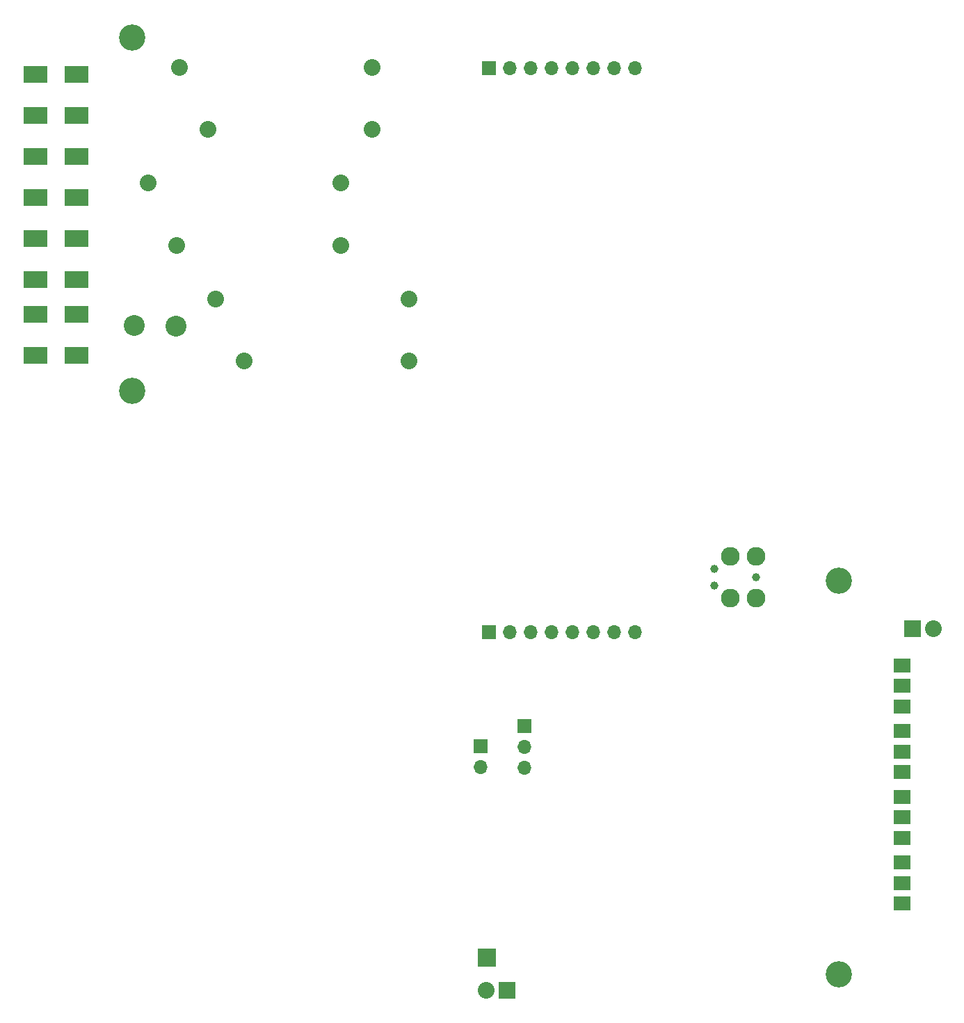
<source format=gbr>
G04 #@! TF.FileFunction,Soldermask,Bot*
%FSLAX46Y46*%
G04 Gerber Fmt 4.6, Leading zero omitted, Abs format (unit mm)*
G04 Created by KiCad (PCBNEW 4.0.2-4+6225~38~ubuntu14.04.1-stable) date Thu 30 Mar 2017 04:29:04 PM CEST*
%MOMM*%
G01*
G04 APERTURE LIST*
%ADD10C,0.100000*%
%ADD11R,2.032000X2.032000*%
%ADD12O,2.032000X2.032000*%
%ADD13R,2.235200X2.235200*%
%ADD14C,3.200000*%
%ADD15R,2.000000X1.700000*%
%ADD16R,1.700000X1.700000*%
%ADD17O,1.700000X1.700000*%
%ADD18C,2.032000*%
%ADD19C,2.540000*%
%ADD20R,3.000000X2.000000*%
%ADD21C,0.990600*%
%ADD22C,2.286000*%
G04 APERTURE END LIST*
D10*
D11*
X98679000Y-175768000D03*
D12*
X96139000Y-175768000D03*
D11*
X148031200Y-131775200D03*
D12*
X150571200Y-131775200D03*
D13*
X96266000Y-171831000D03*
D14*
X53086000Y-59780000D03*
X53086000Y-102780000D03*
X139086000Y-125860000D03*
X139086000Y-173860000D03*
D15*
X146812000Y-141224000D03*
X146812000Y-138724000D03*
X146812000Y-136224000D03*
X146812000Y-144224000D03*
X146812000Y-146724000D03*
X146812000Y-149224000D03*
X146812000Y-152224000D03*
X146812000Y-154724000D03*
X146812000Y-157224000D03*
X146812000Y-160224000D03*
X146812000Y-162724000D03*
X146812000Y-165224000D03*
D16*
X96520000Y-132207000D03*
D17*
X99060000Y-132207000D03*
X101600000Y-132207000D03*
X104140000Y-132207000D03*
X106680000Y-132207000D03*
X109220000Y-132207000D03*
X111760000Y-132207000D03*
X114300000Y-132207000D03*
D16*
X96520000Y-63500000D03*
D17*
X99060000Y-63500000D03*
X101600000Y-63500000D03*
X104140000Y-63500000D03*
X106680000Y-63500000D03*
X109220000Y-63500000D03*
X111760000Y-63500000D03*
X114300000Y-63500000D03*
D18*
X86730000Y-91577000D03*
X86730000Y-99177000D03*
X66730000Y-99177000D03*
X63230000Y-91577000D03*
X78475000Y-77480000D03*
X78475000Y-85080000D03*
X58475000Y-85080000D03*
X54975000Y-77480000D03*
X82285000Y-63383000D03*
X82285000Y-70983000D03*
X62285000Y-70983000D03*
X58785000Y-63383000D03*
D19*
X53340000Y-94869000D03*
X58420000Y-94879160D03*
D20*
X41275000Y-93472000D03*
X41275000Y-98472000D03*
X46275000Y-98472000D03*
X46275000Y-93472000D03*
X41275000Y-64262000D03*
X41275000Y-69262000D03*
X41275000Y-74262000D03*
X41275000Y-79262000D03*
X41275000Y-84262000D03*
X41275000Y-89262000D03*
X46275000Y-89262000D03*
X46275000Y-84262000D03*
X46275000Y-79262000D03*
X46275000Y-74262000D03*
X46275000Y-69262000D03*
X46275000Y-64262000D03*
D21*
X123952000Y-126492000D03*
X123952000Y-124460000D03*
X129032000Y-125476000D03*
D22*
X129032000Y-128016000D03*
X129032000Y-122936000D03*
X125857000Y-128016000D03*
X125857000Y-122936000D03*
D16*
X95504000Y-146050000D03*
D17*
X95504000Y-148590000D03*
D16*
X100812600Y-143586200D03*
D17*
X100812600Y-146126200D03*
X100812600Y-148666200D03*
M02*

</source>
